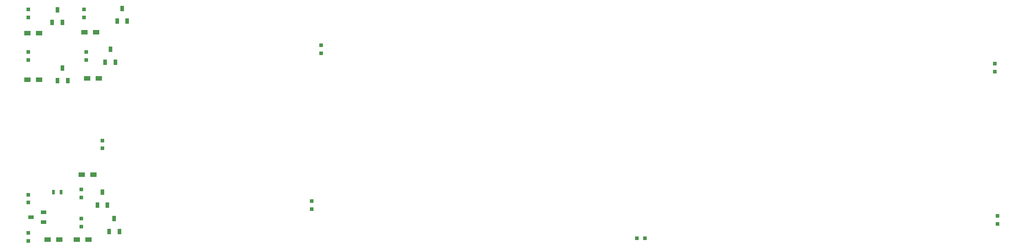
<source format=gbr>
G04 #@! TF.FileFunction,Paste,Top*
%FSLAX46Y46*%
G04 Gerber Fmt 4.6, Leading zero omitted, Abs format (unit mm)*
G04 Created by KiCad (PCBNEW (2015-07-16 BZR 5955, Git 27eafcb)-product) date 2015-11-01 22:54:01*
%MOMM*%
G01*
G04 APERTURE LIST*
%ADD10C,0.100000*%
%ADD11R,0.750000X0.800000*%
%ADD12R,0.800000X0.750000*%
%ADD13R,0.797560X0.797560*%
%ADD14R,0.500000X0.900000*%
%ADD15R,1.200000X0.900000*%
%ADD16R,1.000000X0.700000*%
%ADD17R,0.700000X1.000000*%
G04 APERTURE END LIST*
D10*
D11*
X77250000Y-75250000D03*
X77250000Y-76750000D03*
X118500000Y-58750000D03*
X118500000Y-57250000D03*
X116750000Y-88250000D03*
X116750000Y-86750000D03*
D12*
X179500000Y-93750000D03*
X178000000Y-93750000D03*
D11*
X245500000Y-62250000D03*
X245500000Y-60750000D03*
X246000000Y-91000000D03*
X246000000Y-89500000D03*
D13*
X63250000Y-86999300D03*
X63250000Y-85500700D03*
X63250000Y-92750700D03*
X63250000Y-94249300D03*
D14*
X68000000Y-85000000D03*
X69500000Y-85000000D03*
D15*
X66900000Y-94000000D03*
X69100000Y-94000000D03*
D16*
X66200000Y-90700000D03*
X66200000Y-88800000D03*
X63800000Y-89750000D03*
D13*
X63250000Y-50500700D03*
X63250000Y-51999300D03*
X63250000Y-58500700D03*
X63250000Y-59999300D03*
X73250000Y-85999300D03*
X73250000Y-84500700D03*
X73250000Y-90000700D03*
X73250000Y-91499300D03*
X73750000Y-50500700D03*
X73750000Y-51999300D03*
X74250000Y-58500700D03*
X74250000Y-59999300D03*
D17*
X67800000Y-52950000D03*
X69700000Y-52950000D03*
X68750000Y-50550000D03*
X68800000Y-63950000D03*
X70700000Y-63950000D03*
X69750000Y-61550000D03*
X76300000Y-87450000D03*
X78200000Y-87450000D03*
X77250000Y-85050000D03*
X78550000Y-92450000D03*
X80450000Y-92450000D03*
X79500000Y-90050000D03*
X80050000Y-52700000D03*
X81950000Y-52700000D03*
X81000000Y-50300000D03*
X77800000Y-60450000D03*
X79700000Y-60450000D03*
X78750000Y-58050000D03*
D15*
X63150000Y-55000000D03*
X65350000Y-55000000D03*
X63150000Y-63750000D03*
X65350000Y-63750000D03*
X73400000Y-81750000D03*
X75600000Y-81750000D03*
X74600000Y-94000000D03*
X72400000Y-94000000D03*
X73900000Y-54750000D03*
X76100000Y-54750000D03*
X74400000Y-63500000D03*
X76600000Y-63500000D03*
M02*

</source>
